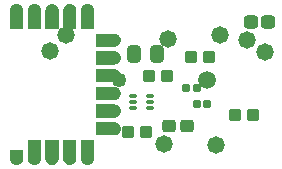
<source format=gts>
G04*
G04 #@! TF.GenerationSoftware,Altium Limited,Altium Designer,25.4.2 (15)*
G04*
G04 Layer_Color=8388736*
%FSLAX44Y44*%
%MOMM*%
G71*
G04*
G04 #@! TF.SameCoordinates,E356E3B8-936D-4008-B143-5D1E530F3DD3*
G04*
G04*
G04 #@! TF.FilePolarity,Negative*
G04*
G01*
G75*
G04:AMPARAMS|DCode=17|XSize=0.67mm|YSize=0.3mm|CornerRadius=0.0495mm|HoleSize=0mm|Usage=FLASHONLY|Rotation=0.000|XOffset=0mm|YOffset=0mm|HoleType=Round|Shape=RoundedRectangle|*
%AMROUNDEDRECTD17*
21,1,0.6700,0.2010,0,0,0.0*
21,1,0.5710,0.3000,0,0,0.0*
1,1,0.0990,0.2855,-0.1005*
1,1,0.0990,-0.2855,-0.1005*
1,1,0.0990,-0.2855,0.1005*
1,1,0.0990,0.2855,0.1005*
%
%ADD17ROUNDEDRECTD17*%
G04:AMPARAMS|DCode=20|XSize=1mm|YSize=1.6mm|CornerRadius=0.25mm|HoleSize=0mm|Usage=FLASHONLY|Rotation=90.000|XOffset=0mm|YOffset=0mm|HoleType=Round|Shape=RoundedRectangle|*
%AMROUNDEDRECTD20*
21,1,1.0000,1.1000,0,0,90.0*
21,1,0.5000,1.6000,0,0,90.0*
1,1,0.5000,0.5500,0.2500*
1,1,0.5000,0.5500,-0.2500*
1,1,0.5000,-0.5500,-0.2500*
1,1,0.5000,-0.5500,0.2500*
%
%ADD20ROUNDEDRECTD20*%
G04:AMPARAMS|DCode=21|XSize=1.6mm|YSize=1mm|CornerRadius=0.25mm|HoleSize=0mm|Usage=FLASHONLY|Rotation=90.000|XOffset=0mm|YOffset=0mm|HoleType=Round|Shape=RoundedRectangle|*
%AMROUNDEDRECTD21*
21,1,1.6000,0.5000,0,0,90.0*
21,1,1.1000,1.0000,0,0,90.0*
1,1,0.5000,0.2500,0.5500*
1,1,0.5000,0.2500,-0.5500*
1,1,0.5000,-0.2500,-0.5500*
1,1,0.5000,-0.2500,0.5500*
%
%ADD21ROUNDEDRECTD21*%
G04:AMPARAMS|DCode=24|XSize=1.128mm|YSize=1.228mm|CornerRadius=0.314mm|HoleSize=0mm|Usage=FLASHONLY|Rotation=90.000|XOffset=0mm|YOffset=0mm|HoleType=Round|Shape=RoundedRectangle|*
%AMROUNDEDRECTD24*
21,1,1.1280,0.6000,0,0,90.0*
21,1,0.5000,1.2280,0,0,90.0*
1,1,0.6280,0.3000,0.2500*
1,1,0.6280,0.3000,-0.2500*
1,1,0.6280,-0.3000,-0.2500*
1,1,0.6280,-0.3000,0.2500*
%
%ADD24ROUNDEDRECTD24*%
G04:AMPARAMS|DCode=25|XSize=1.078mm|YSize=1.178mm|CornerRadius=0.3015mm|HoleSize=0mm|Usage=FLASHONLY|Rotation=90.000|XOffset=0mm|YOffset=0mm|HoleType=Round|Shape=RoundedRectangle|*
%AMROUNDEDRECTD25*
21,1,1.0780,0.5750,0,0,90.0*
21,1,0.4750,1.1780,0,0,90.0*
1,1,0.6030,0.2875,0.2375*
1,1,0.6030,0.2875,-0.2375*
1,1,0.6030,-0.2875,-0.2375*
1,1,0.6030,-0.2875,0.2375*
%
%ADD25ROUNDEDRECTD25*%
G04:AMPARAMS|DCode=26|XSize=1.028mm|YSize=1.078mm|CornerRadius=0.289mm|HoleSize=0mm|Usage=FLASHONLY|Rotation=90.000|XOffset=0mm|YOffset=0mm|HoleType=Round|Shape=RoundedRectangle|*
%AMROUNDEDRECTD26*
21,1,1.0280,0.5000,0,0,90.0*
21,1,0.4500,1.0780,0,0,90.0*
1,1,0.5780,0.2500,0.2250*
1,1,0.5780,0.2500,-0.2250*
1,1,0.5780,-0.2500,-0.2250*
1,1,0.5780,-0.2500,0.2250*
%
%ADD26ROUNDEDRECTD26*%
G04:AMPARAMS|DCode=27|XSize=0.9mm|YSize=1mm|CornerRadius=0.225mm|HoleSize=0mm|Usage=FLASHONLY|Rotation=90.000|XOffset=0mm|YOffset=0mm|HoleType=Round|Shape=RoundedRectangle|*
%AMROUNDEDRECTD27*
21,1,0.9000,0.5500,0,0,90.0*
21,1,0.4500,1.0000,0,0,90.0*
1,1,0.4500,0.2750,0.2250*
1,1,0.4500,0.2750,-0.2250*
1,1,0.4500,-0.2750,-0.2250*
1,1,0.4500,-0.2750,0.2250*
%
%ADD27ROUNDEDRECTD27*%
G04:AMPARAMS|DCode=28|XSize=0.7532mm|YSize=0.7032mm|CornerRadius=0.1641mm|HoleSize=0mm|Usage=FLASHONLY|Rotation=90.000|XOffset=0mm|YOffset=0mm|HoleType=Round|Shape=RoundedRectangle|*
%AMROUNDEDRECTD28*
21,1,0.7532,0.3750,0,0,90.0*
21,1,0.4250,0.7032,0,0,90.0*
1,1,0.3282,0.1875,0.2125*
1,1,0.3282,0.1875,-0.2125*
1,1,0.3282,-0.1875,-0.2125*
1,1,0.3282,-0.1875,0.2125*
%
%ADD28ROUNDEDRECTD28*%
G04:AMPARAMS|DCode=29|XSize=1.528mm|YSize=1.128mm|CornerRadius=0.314mm|HoleSize=0mm|Usage=FLASHONLY|Rotation=90.000|XOffset=0mm|YOffset=0mm|HoleType=Round|Shape=RoundedRectangle|*
%AMROUNDEDRECTD29*
21,1,1.5280,0.5000,0,0,90.0*
21,1,0.9000,1.1280,0,0,90.0*
1,1,0.6280,0.2500,0.4500*
1,1,0.6280,0.2500,-0.4500*
1,1,0.6280,-0.2500,-0.4500*
1,1,0.6280,-0.2500,0.4500*
%
%ADD29ROUNDEDRECTD29*%
%ADD30C,1.2532*%
%ADD31C,1.5032*%
%ADD32C,1.4732*%
G36*
X37364Y18634D02*
X37462Y18611D01*
X37555Y18572D01*
X37641Y18519D01*
X37718Y18454D01*
X37783Y18377D01*
X37836Y18291D01*
X37874Y18198D01*
X37898Y18100D01*
X37906Y18000D01*
Y12000D01*
X37905Y11991D01*
X37905Y11983D01*
X37899Y11722D01*
X37897Y11705D01*
Y11688D01*
X37876Y11427D01*
X37874Y11410D01*
X37873Y11394D01*
X37839Y11134D01*
X37835Y11118D01*
X37833Y11101D01*
X37786Y10843D01*
X37781Y10827D01*
X37779Y10811D01*
X37718Y10556D01*
X37712Y10540D01*
X37709Y10524D01*
X37634Y10273D01*
X37629Y10257D01*
X37624Y10241D01*
X37537Y9994D01*
X37530Y9979D01*
X37525Y9962D01*
X37425Y9721D01*
X37417Y9706D01*
X37411Y9690D01*
X37298Y9454D01*
X37290Y9439D01*
X37283Y9424D01*
X37158Y9194D01*
X37149Y9180D01*
X37141Y9165D01*
X37004Y8941D01*
X36995Y8928D01*
X36986Y8913D01*
X36838Y8698D01*
X36827Y8684D01*
X36818Y8670D01*
X36659Y8463D01*
X36648Y8450D01*
X36638Y8436D01*
X36468Y8237D01*
X36456Y8225D01*
X36445Y8212D01*
X36265Y8023D01*
X36252Y8011D01*
X36241Y7999D01*
X36051Y7819D01*
X36038Y7808D01*
X36026Y7796D01*
X35827Y7626D01*
X35814Y7616D01*
X35801Y7605D01*
X35594Y7446D01*
X35579Y7436D01*
X35566Y7426D01*
X35351Y7278D01*
X35336Y7269D01*
X35322Y7259D01*
X35099Y7122D01*
X35084Y7115D01*
X35070Y7106D01*
X34840Y6981D01*
X34825Y6974D01*
X34810Y6966D01*
X34574Y6853D01*
X34558Y6847D01*
X34543Y6839D01*
X34301Y6739D01*
X34285Y6734D01*
X34270Y6727D01*
X34023Y6640D01*
X34007Y6635D01*
X33991Y6629D01*
X33740Y6555D01*
X33724Y6551D01*
X33708Y6546D01*
X33453Y6485D01*
X33437Y6482D01*
X33420Y6478D01*
X33163Y6430D01*
X33146Y6429D01*
X33130Y6425D01*
X32870Y6391D01*
X32853Y6390D01*
X32837Y6387D01*
X32576Y6367D01*
X32559D01*
X32542Y6365D01*
X32280Y6358D01*
X32264Y6359D01*
X32247Y6358D01*
X31985Y6365D01*
X31969Y6367D01*
X31952D01*
X31691Y6387D01*
X31674Y6390D01*
X31657Y6391D01*
X31398Y6425D01*
X31381Y6429D01*
X31365Y6430D01*
X31107Y6478D01*
X31091Y6482D01*
X31074Y6485D01*
X30820Y6546D01*
X30804Y6551D01*
X30787Y6555D01*
X30536Y6629D01*
X30521Y6635D01*
X30504Y6640D01*
X30258Y6727D01*
X30242Y6734D01*
X30226Y6739D01*
X29984Y6839D01*
X29969Y6847D01*
X29954Y6853D01*
X29717Y6966D01*
X29703Y6974D01*
X29687Y6981D01*
X29457Y7106D01*
X29443Y7115D01*
X29428Y7122D01*
X29205Y7259D01*
X29192Y7269D01*
X29177Y7278D01*
X28961Y7426D01*
X28948Y7436D01*
X28934Y7446D01*
X28726Y7605D01*
X28714Y7616D01*
X28700Y7626D01*
X28501Y7796D01*
X28489Y7808D01*
X28476Y7819D01*
X28286Y7999D01*
X28275Y8011D01*
X28263Y8023D01*
X28082Y8212D01*
X28072Y8225D01*
X28060Y8237D01*
X27890Y8436D01*
X27880Y8450D01*
X27869Y8463D01*
X27709Y8670D01*
X27700Y8684D01*
X27689Y8698D01*
X27541Y8913D01*
X27533Y8928D01*
X27523Y8941D01*
X27386Y9165D01*
X27379Y9179D01*
X27369Y9194D01*
X27245Y9424D01*
X27238Y9439D01*
X27229Y9454D01*
X27116Y9690D01*
X27111Y9706D01*
X27103Y9721D01*
X27003Y9962D01*
X26997Y9979D01*
X26991Y9994D01*
X26903Y10241D01*
X26899Y10257D01*
X26893Y10273D01*
X26818Y10524D01*
X26815Y10540D01*
X26810Y10556D01*
X26749Y10811D01*
X26746Y10827D01*
X26742Y10843D01*
X26694Y11101D01*
X26692Y11118D01*
X26689Y11134D01*
X26655Y11394D01*
X26654Y11410D01*
X26651Y11427D01*
X26631Y11688D01*
Y11705D01*
X26629Y11722D01*
X26622Y11983D01*
X26622Y11991D01*
X26622Y12000D01*
Y18000D01*
X26630Y18100D01*
X26653Y18198D01*
X26692Y18291D01*
X26744Y18377D01*
X26810Y18454D01*
X26886Y18519D01*
X26972Y18572D01*
X27065Y18611D01*
X27163Y18634D01*
X27264Y18642D01*
X37264D01*
X37364Y18634D01*
D02*
G37*
G36*
X52364Y27634D02*
X52462Y27611D01*
X52555Y27572D01*
X52641Y27519D01*
X52718Y27454D01*
X52783Y27377D01*
X52836Y27292D01*
X52874Y27198D01*
X52898Y27100D01*
X52906Y27000D01*
Y12000D01*
X52905Y11991D01*
X52906Y11983D01*
X52899Y11722D01*
X52897Y11705D01*
Y11688D01*
X52876Y11427D01*
X52874Y11410D01*
X52873Y11394D01*
X52839Y11134D01*
X52835Y11118D01*
X52833Y11101D01*
X52786Y10843D01*
X52781Y10827D01*
X52779Y10811D01*
X52718Y10556D01*
X52712Y10540D01*
X52709Y10524D01*
X52635Y10273D01*
X52628Y10257D01*
X52624Y10241D01*
X52537Y9994D01*
X52530Y9979D01*
X52525Y9962D01*
X52425Y9721D01*
X52417Y9706D01*
X52411Y9690D01*
X52298Y9454D01*
X52290Y9439D01*
X52283Y9424D01*
X52158Y9194D01*
X52149Y9180D01*
X52141Y9165D01*
X52004Y8941D01*
X51995Y8928D01*
X51986Y8913D01*
X51838Y8698D01*
X51827Y8684D01*
X51818Y8670D01*
X51659Y8463D01*
X51648Y8450D01*
X51638Y8436D01*
X51468Y8237D01*
X51456Y8225D01*
X51445Y8212D01*
X51265Y8023D01*
X51252Y8011D01*
X51241Y7999D01*
X51051Y7819D01*
X51038Y7808D01*
X51026Y7796D01*
X50827Y7626D01*
X50814Y7616D01*
X50801Y7605D01*
X50594Y7446D01*
X50579Y7436D01*
X50566Y7426D01*
X50351Y7278D01*
X50336Y7269D01*
X50322Y7259D01*
X50099Y7122D01*
X50084Y7115D01*
X50070Y7106D01*
X49840Y6981D01*
X49825Y6974D01*
X49810Y6966D01*
X49574Y6853D01*
X49558Y6847D01*
X49543Y6839D01*
X49301Y6739D01*
X49285Y6734D01*
X49270Y6727D01*
X49023Y6640D01*
X49007Y6635D01*
X48991Y6629D01*
X48740Y6555D01*
X48724Y6551D01*
X48708Y6546D01*
X48453Y6485D01*
X48436Y6482D01*
X48420Y6478D01*
X48163Y6430D01*
X48146Y6429D01*
X48130Y6425D01*
X47870Y6391D01*
X47853Y6390D01*
X47837Y6387D01*
X47576Y6367D01*
X47559D01*
X47542Y6365D01*
X47280Y6358D01*
X47264Y6359D01*
X47247Y6358D01*
X46985Y6365D01*
X46969Y6367D01*
X46952D01*
X46691Y6387D01*
X46674Y6390D01*
X46657Y6391D01*
X46398Y6425D01*
X46381Y6429D01*
X46365Y6430D01*
X46107Y6478D01*
X46091Y6482D01*
X46074Y6485D01*
X45820Y6546D01*
X45804Y6551D01*
X45787Y6555D01*
X45536Y6629D01*
X45521Y6635D01*
X45504Y6640D01*
X45258Y6727D01*
X45242Y6734D01*
X45226Y6739D01*
X44984Y6839D01*
X44970Y6847D01*
X44954Y6853D01*
X44717Y6966D01*
X44703Y6974D01*
X44687Y6981D01*
X44457Y7106D01*
X44443Y7115D01*
X44428Y7122D01*
X44205Y7259D01*
X44191Y7269D01*
X44177Y7278D01*
X43961Y7426D01*
X43948Y7436D01*
X43934Y7446D01*
X43726Y7605D01*
X43714Y7616D01*
X43700Y7626D01*
X43501Y7796D01*
X43489Y7808D01*
X43476Y7819D01*
X43286Y7999D01*
X43275Y8011D01*
X43263Y8023D01*
X43082Y8212D01*
X43072Y8225D01*
X43060Y8237D01*
X42890Y8436D01*
X42880Y8450D01*
X42869Y8463D01*
X42709Y8670D01*
X42700Y8684D01*
X42689Y8698D01*
X42541Y8913D01*
X42533Y8928D01*
X42523Y8941D01*
X42386Y9165D01*
X42379Y9179D01*
X42369Y9194D01*
X42245Y9424D01*
X42238Y9439D01*
X42229Y9454D01*
X42116Y9690D01*
X42111Y9706D01*
X42103Y9721D01*
X42003Y9962D01*
X41997Y9979D01*
X41991Y9994D01*
X41903Y10241D01*
X41899Y10257D01*
X41893Y10273D01*
X41819Y10524D01*
X41815Y10540D01*
X41810Y10556D01*
X41749Y10811D01*
X41746Y10827D01*
X41742Y10843D01*
X41694Y11101D01*
X41692Y11118D01*
X41689Y11134D01*
X41655Y11394D01*
X41654Y11410D01*
X41651Y11427D01*
X41631Y11688D01*
Y11705D01*
X41629Y11722D01*
X41622Y11983D01*
X41622Y11991D01*
X41622Y12000D01*
Y27000D01*
X41630Y27100D01*
X41653Y27198D01*
X41692Y27292D01*
X41744Y27377D01*
X41810Y27454D01*
X41886Y27519D01*
X41972Y27572D01*
X42065Y27611D01*
X42163Y27634D01*
X42264Y27642D01*
X52264D01*
X52364Y27634D01*
D02*
G37*
G36*
X67364D02*
X67462Y27611D01*
X67555Y27572D01*
X67641Y27519D01*
X67718Y27454D01*
X67783Y27377D01*
X67836Y27292D01*
X67874Y27198D01*
X67898Y27100D01*
X67906Y27000D01*
Y12000D01*
X67905Y11991D01*
X67906Y11983D01*
X67899Y11722D01*
X67897Y11705D01*
Y11688D01*
X67876Y11427D01*
X67874Y11410D01*
X67873Y11394D01*
X67839Y11134D01*
X67835Y11118D01*
X67833Y11101D01*
X67786Y10843D01*
X67781Y10827D01*
X67779Y10811D01*
X67718Y10556D01*
X67712Y10540D01*
X67709Y10524D01*
X67635Y10273D01*
X67628Y10257D01*
X67624Y10241D01*
X67537Y9994D01*
X67530Y9979D01*
X67525Y9962D01*
X67425Y9721D01*
X67417Y9706D01*
X67411Y9690D01*
X67298Y9454D01*
X67290Y9439D01*
X67283Y9424D01*
X67158Y9194D01*
X67149Y9179D01*
X67141Y9165D01*
X67004Y8941D01*
X66995Y8928D01*
X66986Y8913D01*
X66838Y8698D01*
X66827Y8684D01*
X66818Y8670D01*
X66659Y8463D01*
X66648Y8450D01*
X66638Y8436D01*
X66468Y8237D01*
X66456Y8225D01*
X66445Y8212D01*
X66265Y8023D01*
X66252Y8011D01*
X66241Y7999D01*
X66051Y7819D01*
X66038Y7808D01*
X66026Y7796D01*
X65827Y7626D01*
X65814Y7616D01*
X65801Y7605D01*
X65593Y7446D01*
X65579Y7437D01*
X65566Y7426D01*
X65351Y7278D01*
X65336Y7269D01*
X65322Y7259D01*
X65099Y7122D01*
X65084Y7115D01*
X65070Y7106D01*
X64840Y6981D01*
X64825Y6974D01*
X64810Y6966D01*
X64574Y6853D01*
X64558Y6847D01*
X64543Y6839D01*
X64301Y6739D01*
X64285Y6734D01*
X64270Y6727D01*
X64023Y6640D01*
X64007Y6635D01*
X63991Y6629D01*
X63740Y6555D01*
X63724Y6551D01*
X63708Y6546D01*
X63453Y6485D01*
X63436Y6482D01*
X63420Y6478D01*
X63163Y6430D01*
X63146Y6429D01*
X63130Y6425D01*
X62870Y6391D01*
X62853Y6390D01*
X62837Y6387D01*
X62576Y6367D01*
X62559D01*
X62542Y6365D01*
X62281Y6358D01*
X62264Y6359D01*
X62247Y6358D01*
X61985Y6365D01*
X61969Y6367D01*
X61952D01*
X61691Y6387D01*
X61674Y6390D01*
X61657Y6391D01*
X61398Y6425D01*
X61381Y6429D01*
X61364Y6430D01*
X61107Y6478D01*
X61091Y6482D01*
X61074Y6485D01*
X60820Y6546D01*
X60804Y6551D01*
X60787Y6555D01*
X60536Y6629D01*
X60521Y6635D01*
X60504Y6640D01*
X60258Y6727D01*
X60242Y6734D01*
X60226Y6739D01*
X59984Y6839D01*
X59970Y6847D01*
X59954Y6853D01*
X59717Y6966D01*
X59703Y6974D01*
X59687Y6981D01*
X59457Y7106D01*
X59443Y7115D01*
X59428Y7122D01*
X59205Y7259D01*
X59191Y7269D01*
X59177Y7278D01*
X58961Y7426D01*
X58948Y7436D01*
X58934Y7446D01*
X58726Y7605D01*
X58714Y7616D01*
X58700Y7626D01*
X58501Y7796D01*
X58489Y7808D01*
X58476Y7819D01*
X58286Y7999D01*
X58275Y8011D01*
X58263Y8023D01*
X58082Y8212D01*
X58072Y8225D01*
X58060Y8237D01*
X57890Y8436D01*
X57880Y8450D01*
X57869Y8463D01*
X57709Y8670D01*
X57700Y8684D01*
X57689Y8698D01*
X57541Y8913D01*
X57533Y8928D01*
X57523Y8941D01*
X57386Y9165D01*
X57379Y9179D01*
X57369Y9194D01*
X57245Y9424D01*
X57238Y9439D01*
X57229Y9454D01*
X57116Y9690D01*
X57111Y9706D01*
X57103Y9721D01*
X57003Y9962D01*
X56997Y9979D01*
X56991Y9994D01*
X56903Y10241D01*
X56899Y10257D01*
X56893Y10273D01*
X56819Y10524D01*
X56815Y10540D01*
X56810Y10556D01*
X56749Y10811D01*
X56746Y10827D01*
X56742Y10843D01*
X56694Y11101D01*
X56692Y11118D01*
X56689Y11134D01*
X56655Y11394D01*
X56654Y11410D01*
X56651Y11427D01*
X56631Y11688D01*
Y11705D01*
X56629Y11722D01*
X56622Y11983D01*
X56622Y11991D01*
X56622Y12000D01*
Y27000D01*
X56630Y27100D01*
X56653Y27198D01*
X56692Y27292D01*
X56744Y27377D01*
X56810Y27454D01*
X56886Y27519D01*
X56972Y27572D01*
X57065Y27611D01*
X57163Y27634D01*
X57264Y27642D01*
X67264D01*
X67364Y27634D01*
D02*
G37*
G36*
X82364D02*
X82462Y27611D01*
X82555Y27572D01*
X82641Y27519D01*
X82718Y27454D01*
X82783Y27377D01*
X82836Y27292D01*
X82874Y27198D01*
X82898Y27100D01*
X82906Y27000D01*
Y12000D01*
X82905Y11991D01*
X82906Y11983D01*
X82899Y11722D01*
X82897Y11705D01*
Y11688D01*
X82876Y11427D01*
X82874Y11410D01*
X82873Y11394D01*
X82839Y11134D01*
X82835Y11117D01*
X82833Y11101D01*
X82786Y10843D01*
X82781Y10827D01*
X82779Y10811D01*
X82718Y10556D01*
X82712Y10540D01*
X82709Y10524D01*
X82635Y10273D01*
X82629Y10257D01*
X82624Y10241D01*
X82537Y9994D01*
X82530Y9979D01*
X82525Y9962D01*
X82425Y9721D01*
X82417Y9706D01*
X82411Y9690D01*
X82298Y9454D01*
X82290Y9439D01*
X82283Y9424D01*
X82158Y9194D01*
X82149Y9179D01*
X82141Y9165D01*
X82004Y8941D01*
X81995Y8928D01*
X81986Y8913D01*
X81838Y8698D01*
X81827Y8684D01*
X81818Y8670D01*
X81659Y8463D01*
X81648Y8450D01*
X81638Y8436D01*
X81468Y8237D01*
X81456Y8225D01*
X81445Y8212D01*
X81265Y8023D01*
X81252Y8011D01*
X81241Y7999D01*
X81051Y7819D01*
X81038Y7808D01*
X81026Y7796D01*
X80827Y7626D01*
X80814Y7616D01*
X80801Y7605D01*
X80594Y7446D01*
X80579Y7436D01*
X80566Y7426D01*
X80351Y7278D01*
X80336Y7269D01*
X80322Y7259D01*
X80099Y7122D01*
X80084Y7115D01*
X80070Y7106D01*
X79840Y6981D01*
X79825Y6974D01*
X79810Y6966D01*
X79574Y6853D01*
X79558Y6847D01*
X79543Y6839D01*
X79301Y6739D01*
X79285Y6734D01*
X79270Y6727D01*
X79023Y6640D01*
X79007Y6635D01*
X78991Y6629D01*
X78740Y6555D01*
X78724Y6551D01*
X78708Y6546D01*
X78453Y6485D01*
X78436Y6482D01*
X78420Y6478D01*
X78163Y6430D01*
X78146Y6429D01*
X78130Y6425D01*
X77870Y6391D01*
X77853Y6390D01*
X77837Y6387D01*
X77576Y6367D01*
X77559D01*
X77542Y6365D01*
X77281Y6358D01*
X77264Y6359D01*
X77247Y6358D01*
X76985Y6365D01*
X76969Y6367D01*
X76952D01*
X76691Y6387D01*
X76674Y6390D01*
X76657Y6391D01*
X76398Y6425D01*
X76381Y6429D01*
X76365Y6430D01*
X76107Y6478D01*
X76091Y6482D01*
X76074Y6485D01*
X75820Y6546D01*
X75804Y6551D01*
X75787Y6555D01*
X75536Y6629D01*
X75521Y6635D01*
X75504Y6640D01*
X75258Y6727D01*
X75242Y6734D01*
X75226Y6739D01*
X74984Y6839D01*
X74969Y6847D01*
X74954Y6853D01*
X74717Y6966D01*
X74703Y6974D01*
X74687Y6981D01*
X74457Y7106D01*
X74443Y7115D01*
X74428Y7122D01*
X74205Y7259D01*
X74191Y7269D01*
X74177Y7278D01*
X73961Y7426D01*
X73948Y7436D01*
X73934Y7446D01*
X73726Y7605D01*
X73714Y7616D01*
X73700Y7626D01*
X73501Y7796D01*
X73489Y7808D01*
X73476Y7819D01*
X73286Y7999D01*
X73275Y8011D01*
X73263Y8023D01*
X73082Y8212D01*
X73072Y8225D01*
X73060Y8237D01*
X72890Y8436D01*
X72880Y8450D01*
X72869Y8463D01*
X72709Y8670D01*
X72700Y8684D01*
X72689Y8698D01*
X72541Y8913D01*
X72533Y8928D01*
X72523Y8941D01*
X72386Y9165D01*
X72379Y9179D01*
X72369Y9194D01*
X72245Y9424D01*
X72238Y9439D01*
X72229Y9454D01*
X72116Y9690D01*
X72111Y9706D01*
X72103Y9721D01*
X72003Y9962D01*
X71997Y9979D01*
X71991Y9994D01*
X71903Y10241D01*
X71899Y10257D01*
X71893Y10273D01*
X71819Y10524D01*
X71815Y10540D01*
X71810Y10556D01*
X71749Y10811D01*
X71746Y10827D01*
X71742Y10843D01*
X71694Y11101D01*
X71692Y11118D01*
X71689Y11134D01*
X71655Y11394D01*
X71654Y11410D01*
X71651Y11427D01*
X71631Y11688D01*
Y11705D01*
X71629Y11722D01*
X71622Y11983D01*
X71622Y11991D01*
X71622Y12000D01*
Y27000D01*
X71630Y27100D01*
X71653Y27198D01*
X71692Y27292D01*
X71744Y27377D01*
X71810Y27454D01*
X71886Y27519D01*
X71972Y27572D01*
X72065Y27611D01*
X72163Y27634D01*
X72264Y27642D01*
X82264D01*
X82364Y27634D01*
D02*
G37*
G36*
X97364D02*
X97462Y27611D01*
X97555Y27572D01*
X97641Y27519D01*
X97718Y27454D01*
X97783Y27377D01*
X97836Y27292D01*
X97874Y27198D01*
X97898Y27100D01*
X97906Y27000D01*
Y12000D01*
X97905Y11992D01*
X97906Y11983D01*
X97899Y11722D01*
X97897Y11705D01*
Y11688D01*
X97876Y11427D01*
X97874Y11410D01*
X97873Y11394D01*
X97839Y11134D01*
X97835Y11118D01*
X97833Y11101D01*
X97786Y10843D01*
X97781Y10827D01*
X97779Y10811D01*
X97718Y10556D01*
X97712Y10540D01*
X97709Y10524D01*
X97635Y10273D01*
X97628Y10257D01*
X97624Y10241D01*
X97537Y9994D01*
X97530Y9979D01*
X97525Y9962D01*
X97425Y9721D01*
X97417Y9706D01*
X97411Y9690D01*
X97298Y9454D01*
X97290Y9439D01*
X97283Y9424D01*
X97158Y9194D01*
X97149Y9179D01*
X97141Y9165D01*
X97004Y8941D01*
X96995Y8928D01*
X96986Y8913D01*
X96838Y8697D01*
X96827Y8684D01*
X96818Y8670D01*
X96659Y8463D01*
X96648Y8450D01*
X96638Y8436D01*
X96468Y8237D01*
X96456Y8225D01*
X96445Y8212D01*
X96265Y8023D01*
X96252Y8011D01*
X96241Y7999D01*
X96051Y7819D01*
X96038Y7808D01*
X96026Y7796D01*
X95827Y7626D01*
X95814Y7616D01*
X95801Y7605D01*
X95594Y7446D01*
X95579Y7436D01*
X95566Y7426D01*
X95351Y7278D01*
X95336Y7269D01*
X95322Y7259D01*
X95099Y7122D01*
X95084Y7115D01*
X95070Y7106D01*
X94840Y6981D01*
X94825Y6974D01*
X94810Y6966D01*
X94574Y6853D01*
X94558Y6847D01*
X94543Y6839D01*
X94301Y6739D01*
X94285Y6734D01*
X94270Y6727D01*
X94023Y6640D01*
X94007Y6635D01*
X93991Y6629D01*
X93740Y6555D01*
X93724Y6551D01*
X93708Y6546D01*
X93453Y6485D01*
X93436Y6482D01*
X93420Y6478D01*
X93163Y6430D01*
X93146Y6429D01*
X93130Y6425D01*
X92870Y6391D01*
X92853Y6390D01*
X92837Y6387D01*
X92576Y6367D01*
X92559D01*
X92542Y6365D01*
X92281Y6358D01*
X92264Y6359D01*
X92247Y6358D01*
X91985Y6365D01*
X91969Y6367D01*
X91952D01*
X91691Y6387D01*
X91674Y6390D01*
X91657Y6391D01*
X91398Y6425D01*
X91381Y6429D01*
X91365Y6430D01*
X91107Y6478D01*
X91091Y6482D01*
X91074Y6485D01*
X90820Y6546D01*
X90804Y6551D01*
X90787Y6555D01*
X90536Y6629D01*
X90521Y6635D01*
X90504Y6640D01*
X90258Y6727D01*
X90242Y6734D01*
X90226Y6739D01*
X89984Y6839D01*
X89969Y6847D01*
X89954Y6853D01*
X89717Y6966D01*
X89703Y6974D01*
X89687Y6981D01*
X89457Y7106D01*
X89443Y7115D01*
X89428Y7122D01*
X89205Y7259D01*
X89192Y7269D01*
X89177Y7278D01*
X88961Y7426D01*
X88948Y7436D01*
X88934Y7446D01*
X88726Y7605D01*
X88714Y7616D01*
X88700Y7626D01*
X88501Y7796D01*
X88489Y7808D01*
X88476Y7819D01*
X88286Y7999D01*
X88275Y8011D01*
X88263Y8023D01*
X88082Y8212D01*
X88072Y8225D01*
X88060Y8237D01*
X87890Y8436D01*
X87880Y8450D01*
X87869Y8463D01*
X87709Y8670D01*
X87700Y8684D01*
X87690Y8697D01*
X87541Y8913D01*
X87533Y8928D01*
X87523Y8941D01*
X87386Y9165D01*
X87379Y9179D01*
X87369Y9194D01*
X87245Y9424D01*
X87238Y9439D01*
X87229Y9454D01*
X87116Y9690D01*
X87111Y9706D01*
X87103Y9721D01*
X87003Y9962D01*
X86997Y9979D01*
X86991Y9994D01*
X86903Y10241D01*
X86899Y10257D01*
X86893Y10273D01*
X86819Y10524D01*
X86815Y10540D01*
X86810Y10556D01*
X86749Y10811D01*
X86746Y10827D01*
X86742Y10843D01*
X86694Y11101D01*
X86692Y11118D01*
X86689Y11134D01*
X86655Y11394D01*
X86654Y11410D01*
X86651Y11427D01*
X86631Y11688D01*
Y11705D01*
X86629Y11722D01*
X86622Y11983D01*
X86622Y11992D01*
X86622Y12000D01*
Y27000D01*
X86630Y27100D01*
X86653Y27198D01*
X86692Y27292D01*
X86744Y27377D01*
X86810Y27454D01*
X86886Y27519D01*
X86972Y27572D01*
X87065Y27611D01*
X87163Y27634D01*
X87264Y27642D01*
X97264D01*
X97364Y27634D01*
D02*
G37*
G36*
X114772Y42641D02*
X114781Y42642D01*
X115042Y42635D01*
X115059Y42633D01*
X115076D01*
X115337Y42613D01*
X115353Y42610D01*
X115370Y42609D01*
X115630Y42575D01*
X115646Y42571D01*
X115663Y42570D01*
X115920Y42522D01*
X115936Y42518D01*
X115953Y42515D01*
X116208Y42454D01*
X116224Y42449D01*
X116240Y42445D01*
X116491Y42371D01*
X116507Y42365D01*
X116523Y42360D01*
X116770Y42273D01*
X116785Y42266D01*
X116801Y42261D01*
X117043Y42161D01*
X117058Y42153D01*
X117074Y42147D01*
X117310Y42035D01*
X117325Y42026D01*
X117340Y42019D01*
X117570Y41894D01*
X117584Y41885D01*
X117599Y41877D01*
X117822Y41741D01*
X117836Y41731D01*
X117851Y41722D01*
X118066Y41574D01*
X118079Y41564D01*
X118093Y41554D01*
X118301Y41395D01*
X118314Y41384D01*
X118327Y41374D01*
X118526Y41204D01*
X118538Y41192D01*
X118551Y41181D01*
X118741Y41001D01*
X118752Y40989D01*
X118765Y40978D01*
X118945Y40788D01*
X118956Y40774D01*
X118968Y40763D01*
X119138Y40564D01*
X119148Y40550D01*
X119159Y40537D01*
X119318Y40330D01*
X119327Y40316D01*
X119338Y40303D01*
X119486Y40087D01*
X119495Y40072D01*
X119504Y40059D01*
X119641Y39836D01*
X119649Y39820D01*
X119658Y39806D01*
X119783Y39576D01*
X119790Y39561D01*
X119798Y39546D01*
X119911Y39310D01*
X119917Y39294D01*
X119925Y39279D01*
X120025Y39037D01*
X120030Y39022D01*
X120037Y39006D01*
X120124Y38759D01*
X120129Y38743D01*
X120135Y38727D01*
X120209Y38477D01*
X120212Y38460D01*
X120218Y38444D01*
X120279Y38189D01*
X120281Y38173D01*
X120286Y38157D01*
X120333Y37899D01*
X120335Y37882D01*
X120339Y37866D01*
X120373Y37606D01*
X120374Y37589D01*
X120376Y37573D01*
X120397Y37312D01*
Y37295D01*
X120399Y37278D01*
X120406Y37017D01*
X120405Y37000D01*
X120406Y36983D01*
X120399Y36721D01*
X120397Y36705D01*
Y36688D01*
X120376Y36427D01*
X120374Y36411D01*
X120373Y36394D01*
X120339Y36134D01*
X120335Y36117D01*
X120333Y36101D01*
X120286Y35843D01*
X120281Y35827D01*
X120279Y35811D01*
X120218Y35556D01*
X120212Y35540D01*
X120209Y35524D01*
X120135Y35273D01*
X120129Y35257D01*
X120124Y35241D01*
X120037Y34994D01*
X120030Y34978D01*
X120025Y34962D01*
X119925Y34721D01*
X119917Y34706D01*
X119911Y34690D01*
X119798Y34454D01*
X119790Y34439D01*
X119783Y34424D01*
X119658Y34194D01*
X119649Y34179D01*
X119641Y34165D01*
X119504Y33941D01*
X119495Y33928D01*
X119486Y33913D01*
X119338Y33698D01*
X119327Y33684D01*
X119318Y33670D01*
X119159Y33463D01*
X119148Y33450D01*
X119138Y33437D01*
X118968Y33237D01*
X118956Y33226D01*
X118945Y33212D01*
X118765Y33022D01*
X118752Y33011D01*
X118741Y32999D01*
X118551Y32819D01*
X118538Y32808D01*
X118526Y32796D01*
X118327Y32626D01*
X118314Y32616D01*
X118301Y32605D01*
X118093Y32446D01*
X118079Y32436D01*
X118066Y32426D01*
X117851Y32278D01*
X117836Y32269D01*
X117822Y32259D01*
X117599Y32122D01*
X117584Y32115D01*
X117570Y32106D01*
X117340Y31981D01*
X117325Y31974D01*
X117310Y31965D01*
X117074Y31853D01*
X117058Y31847D01*
X117043Y31839D01*
X116801Y31739D01*
X116785Y31734D01*
X116770Y31727D01*
X116523Y31640D01*
X116507Y31635D01*
X116491Y31629D01*
X116240Y31555D01*
X116224Y31551D01*
X116208Y31546D01*
X115953Y31485D01*
X115936Y31482D01*
X115920Y31478D01*
X115663Y31430D01*
X115646Y31429D01*
X115630Y31425D01*
X115370Y31391D01*
X115353Y31390D01*
X115337Y31387D01*
X115076Y31367D01*
X115059D01*
X115042Y31365D01*
X114781Y31358D01*
X114772Y31359D01*
X114764Y31358D01*
X99764D01*
X99663Y31366D01*
X99565Y31389D01*
X99472Y31428D01*
X99386Y31481D01*
X99310Y31546D01*
X99244Y31623D01*
X99192Y31709D01*
X99153Y31802D01*
X99130Y31900D01*
X99122Y32000D01*
Y42000D01*
X99130Y42100D01*
X99153Y42198D01*
X99192Y42291D01*
X99244Y42377D01*
X99310Y42454D01*
X99386Y42519D01*
X99472Y42572D01*
X99565Y42611D01*
X99663Y42634D01*
X99764Y42642D01*
X114764D01*
X114772Y42641D01*
D02*
G37*
G36*
X114772Y57641D02*
X114781Y57642D01*
X115042Y57635D01*
X115059Y57633D01*
X115076D01*
X115337Y57613D01*
X115353Y57610D01*
X115370Y57609D01*
X115630Y57575D01*
X115646Y57571D01*
X115663Y57570D01*
X115920Y57522D01*
X115936Y57518D01*
X115953Y57515D01*
X116208Y57454D01*
X116224Y57449D01*
X116240Y57445D01*
X116491Y57371D01*
X116507Y57365D01*
X116523Y57360D01*
X116770Y57273D01*
X116785Y57266D01*
X116801Y57261D01*
X117043Y57161D01*
X117058Y57153D01*
X117074Y57147D01*
X117310Y57035D01*
X117325Y57026D01*
X117340Y57019D01*
X117570Y56894D01*
X117584Y56885D01*
X117599Y56877D01*
X117822Y56741D01*
X117836Y56731D01*
X117851Y56722D01*
X118066Y56574D01*
X118079Y56564D01*
X118093Y56554D01*
X118301Y56395D01*
X118314Y56384D01*
X118327Y56374D01*
X118526Y56204D01*
X118538Y56192D01*
X118551Y56181D01*
X118741Y56001D01*
X118752Y55989D01*
X118765Y55978D01*
X118945Y55788D01*
X118956Y55774D01*
X118968Y55763D01*
X119138Y55564D01*
X119148Y55550D01*
X119159Y55537D01*
X119318Y55330D01*
X119327Y55316D01*
X119338Y55303D01*
X119486Y55087D01*
X119494Y55072D01*
X119504Y55059D01*
X119641Y54835D01*
X119649Y54820D01*
X119658Y54806D01*
X119783Y54576D01*
X119790Y54561D01*
X119798Y54546D01*
X119911Y54310D01*
X119917Y54294D01*
X119925Y54279D01*
X120025Y54037D01*
X120030Y54022D01*
X120037Y54006D01*
X120124Y53759D01*
X120129Y53743D01*
X120135Y53727D01*
X120209Y53476D01*
X120212Y53460D01*
X120218Y53444D01*
X120279Y53189D01*
X120281Y53173D01*
X120286Y53157D01*
X120333Y52899D01*
X120335Y52882D01*
X120339Y52866D01*
X120373Y52606D01*
X120374Y52590D01*
X120376Y52573D01*
X120397Y52312D01*
Y52295D01*
X120399Y52278D01*
X120406Y52017D01*
X120405Y52000D01*
X120406Y51983D01*
X120399Y51722D01*
X120397Y51705D01*
Y51688D01*
X120376Y51427D01*
X120374Y51410D01*
X120373Y51394D01*
X120339Y51134D01*
X120335Y51117D01*
X120333Y51101D01*
X120286Y50843D01*
X120281Y50827D01*
X120279Y50811D01*
X120218Y50556D01*
X120212Y50540D01*
X120209Y50524D01*
X120135Y50273D01*
X120129Y50257D01*
X120124Y50241D01*
X120037Y49994D01*
X120030Y49978D01*
X120025Y49963D01*
X119925Y49721D01*
X119917Y49706D01*
X119911Y49690D01*
X119798Y49454D01*
X119790Y49439D01*
X119783Y49424D01*
X119658Y49194D01*
X119649Y49180D01*
X119641Y49165D01*
X119504Y48941D01*
X119495Y48928D01*
X119486Y48913D01*
X119338Y48698D01*
X119327Y48685D01*
X119318Y48670D01*
X119159Y48463D01*
X119147Y48450D01*
X119138Y48436D01*
X118968Y48237D01*
X118956Y48225D01*
X118945Y48212D01*
X118765Y48023D01*
X118752Y48011D01*
X118741Y47999D01*
X118551Y47819D01*
X118538Y47808D01*
X118526Y47796D01*
X118327Y47626D01*
X118314Y47616D01*
X118301Y47605D01*
X118093Y47446D01*
X118079Y47436D01*
X118066Y47426D01*
X117851Y47278D01*
X117836Y47269D01*
X117822Y47259D01*
X117599Y47123D01*
X117584Y47115D01*
X117570Y47106D01*
X117340Y46981D01*
X117325Y46974D01*
X117310Y46965D01*
X117074Y46853D01*
X117058Y46847D01*
X117043Y46839D01*
X116801Y46739D01*
X116785Y46734D01*
X116770Y46727D01*
X116523Y46640D01*
X116507Y46635D01*
X116491Y46629D01*
X116240Y46555D01*
X116224Y46551D01*
X116208Y46546D01*
X115953Y46485D01*
X115936Y46482D01*
X115920Y46478D01*
X115663Y46430D01*
X115646Y46429D01*
X115630Y46425D01*
X115370Y46391D01*
X115353Y46390D01*
X115337Y46387D01*
X115076Y46367D01*
X115059D01*
X115042Y46365D01*
X114781Y46358D01*
X114772Y46359D01*
X114764Y46358D01*
X99764D01*
X99663Y46366D01*
X99565Y46389D01*
X99472Y46428D01*
X99386Y46481D01*
X99310Y46546D01*
X99244Y46623D01*
X99192Y46708D01*
X99153Y46802D01*
X99130Y46900D01*
X99122Y47000D01*
Y57000D01*
X99130Y57100D01*
X99153Y57198D01*
X99192Y57291D01*
X99244Y57377D01*
X99310Y57454D01*
X99386Y57519D01*
X99472Y57572D01*
X99565Y57611D01*
X99663Y57634D01*
X99764Y57642D01*
X114764D01*
X114772Y57641D01*
D02*
G37*
G36*
Y72641D02*
X114781Y72642D01*
X115042Y72635D01*
X115059Y72633D01*
X115076D01*
X115337Y72613D01*
X115353Y72610D01*
X115370Y72609D01*
X115630Y72575D01*
X115646Y72571D01*
X115663Y72570D01*
X115920Y72522D01*
X115936Y72518D01*
X115953Y72515D01*
X116208Y72454D01*
X116224Y72449D01*
X116240Y72445D01*
X116491Y72371D01*
X116507Y72365D01*
X116523Y72360D01*
X116770Y72273D01*
X116785Y72266D01*
X116801Y72261D01*
X117043Y72161D01*
X117058Y72153D01*
X117074Y72147D01*
X117310Y72035D01*
X117325Y72026D01*
X117340Y72019D01*
X117570Y71894D01*
X117584Y71885D01*
X117599Y71877D01*
X117822Y71741D01*
X117836Y71731D01*
X117851Y71722D01*
X118066Y71574D01*
X118079Y71564D01*
X118093Y71554D01*
X118301Y71395D01*
X118314Y71384D01*
X118327Y71374D01*
X118526Y71204D01*
X118538Y71192D01*
X118551Y71181D01*
X118741Y71001D01*
X118752Y70989D01*
X118765Y70978D01*
X118945Y70788D01*
X118956Y70774D01*
X118968Y70763D01*
X119138Y70564D01*
X119148Y70550D01*
X119159Y70537D01*
X119318Y70330D01*
X119327Y70316D01*
X119338Y70303D01*
X119486Y70087D01*
X119495Y70072D01*
X119504Y70059D01*
X119641Y69836D01*
X119649Y69820D01*
X119658Y69806D01*
X119783Y69576D01*
X119790Y69561D01*
X119798Y69546D01*
X119911Y69310D01*
X119917Y69294D01*
X119925Y69279D01*
X120025Y69037D01*
X120030Y69022D01*
X120037Y69006D01*
X120124Y68759D01*
X120128Y68743D01*
X120135Y68727D01*
X120209Y68476D01*
X120212Y68460D01*
X120218Y68444D01*
X120279Y68189D01*
X120281Y68173D01*
X120286Y68157D01*
X120333Y67899D01*
X120335Y67882D01*
X120339Y67866D01*
X120373Y67606D01*
X120374Y67590D01*
X120376Y67573D01*
X120397Y67312D01*
Y67295D01*
X120399Y67278D01*
X120406Y67017D01*
X120405Y67000D01*
X120406Y66983D01*
X120399Y66722D01*
X120397Y66705D01*
Y66688D01*
X120376Y66427D01*
X120374Y66410D01*
X120373Y66394D01*
X120339Y66134D01*
X120335Y66117D01*
X120333Y66101D01*
X120286Y65843D01*
X120281Y65827D01*
X120279Y65811D01*
X120218Y65556D01*
X120212Y65540D01*
X120209Y65524D01*
X120135Y65273D01*
X120128Y65257D01*
X120124Y65241D01*
X120037Y64994D01*
X120030Y64978D01*
X120025Y64963D01*
X119925Y64721D01*
X119917Y64706D01*
X119911Y64690D01*
X119798Y64454D01*
X119790Y64439D01*
X119783Y64424D01*
X119658Y64194D01*
X119649Y64180D01*
X119641Y64165D01*
X119504Y63941D01*
X119495Y63928D01*
X119486Y63913D01*
X119338Y63698D01*
X119327Y63685D01*
X119318Y63670D01*
X119159Y63463D01*
X119148Y63450D01*
X119138Y63436D01*
X118968Y63237D01*
X118956Y63225D01*
X118945Y63212D01*
X118765Y63023D01*
X118752Y63011D01*
X118741Y62999D01*
X118551Y62819D01*
X118538Y62808D01*
X118526Y62796D01*
X118327Y62626D01*
X118314Y62616D01*
X118301Y62605D01*
X118093Y62446D01*
X118079Y62436D01*
X118066Y62426D01*
X117851Y62278D01*
X117836Y62269D01*
X117822Y62259D01*
X117599Y62123D01*
X117584Y62115D01*
X117570Y62106D01*
X117340Y61981D01*
X117325Y61974D01*
X117310Y61965D01*
X117074Y61853D01*
X117058Y61847D01*
X117043Y61839D01*
X116801Y61739D01*
X116785Y61734D01*
X116770Y61727D01*
X116523Y61640D01*
X116507Y61635D01*
X116491Y61629D01*
X116240Y61555D01*
X116224Y61551D01*
X116208Y61546D01*
X115953Y61485D01*
X115936Y61482D01*
X115920Y61478D01*
X115663Y61430D01*
X115646Y61429D01*
X115630Y61425D01*
X115370Y61391D01*
X115353Y61390D01*
X115337Y61387D01*
X115076Y61367D01*
X115059D01*
X115042Y61365D01*
X114781Y61358D01*
X114772Y61359D01*
X114764Y61358D01*
X99764D01*
X99663Y61366D01*
X99565Y61389D01*
X99472Y61428D01*
X99386Y61481D01*
X99310Y61546D01*
X99244Y61623D01*
X99192Y61708D01*
X99153Y61802D01*
X99130Y61900D01*
X99122Y62000D01*
Y72000D01*
X99130Y72100D01*
X99153Y72198D01*
X99192Y72291D01*
X99244Y72377D01*
X99310Y72454D01*
X99386Y72519D01*
X99472Y72572D01*
X99565Y72611D01*
X99663Y72634D01*
X99764Y72642D01*
X114764D01*
X114772Y72641D01*
D02*
G37*
G36*
X32542Y142635D02*
X32559Y142633D01*
X32576D01*
X32837Y142613D01*
X32853Y142610D01*
X32870Y142609D01*
X33130Y142575D01*
X33146Y142571D01*
X33163Y142570D01*
X33420Y142522D01*
X33437Y142518D01*
X33453Y142515D01*
X33708Y142454D01*
X33724Y142449D01*
X33740Y142445D01*
X33991Y142371D01*
X34007Y142365D01*
X34023Y142360D01*
X34270Y142273D01*
X34285Y142266D01*
X34301Y142261D01*
X34543Y142161D01*
X34558Y142153D01*
X34574Y142147D01*
X34810Y142035D01*
X34825Y142026D01*
X34840Y142019D01*
X35070Y141894D01*
X35084Y141885D01*
X35099Y141877D01*
X35322Y141741D01*
X35336Y141731D01*
X35351Y141722D01*
X35566Y141574D01*
X35579Y141564D01*
X35594Y141554D01*
X35801Y141395D01*
X35814Y141384D01*
X35827Y141374D01*
X36026Y141204D01*
X36038Y141192D01*
X36051Y141181D01*
X36241Y141001D01*
X36252Y140989D01*
X36265Y140977D01*
X36445Y140788D01*
X36456Y140774D01*
X36468Y140763D01*
X36638Y140563D01*
X36648Y140550D01*
X36659Y140537D01*
X36818Y140330D01*
X36827Y140316D01*
X36838Y140302D01*
X36986Y140087D01*
X36995Y140072D01*
X37004Y140059D01*
X37141Y139836D01*
X37149Y139820D01*
X37158Y139806D01*
X37283Y139576D01*
X37290Y139561D01*
X37298Y139546D01*
X37411Y139310D01*
X37417Y139294D01*
X37425Y139279D01*
X37525Y139038D01*
X37530Y139021D01*
X37537Y139006D01*
X37624Y138759D01*
X37629Y138743D01*
X37634Y138727D01*
X37709Y138476D01*
X37712Y138460D01*
X37718Y138444D01*
X37779Y138189D01*
X37781Y138173D01*
X37786Y138156D01*
X37833Y137899D01*
X37835Y137882D01*
X37839Y137866D01*
X37873Y137606D01*
X37874Y137590D01*
X37876Y137573D01*
X37897Y137312D01*
Y137295D01*
X37899Y137278D01*
X37905Y137017D01*
X37905Y137008D01*
X37906Y137000D01*
Y122000D01*
X37898Y121900D01*
X37874Y121802D01*
X37836Y121708D01*
X37783Y121623D01*
X37718Y121546D01*
X37641Y121481D01*
X37555Y121428D01*
X37462Y121389D01*
X37364Y121366D01*
X37264Y121358D01*
X27264D01*
X27163Y121366D01*
X27065Y121389D01*
X26972Y121428D01*
X26886Y121481D01*
X26810Y121546D01*
X26744Y121623D01*
X26692Y121708D01*
X26653Y121802D01*
X26630Y121900D01*
X26622Y122000D01*
Y137000D01*
X26622Y137008D01*
X26622Y137017D01*
X26629Y137278D01*
X26631Y137295D01*
Y137312D01*
X26651Y137573D01*
X26654Y137590D01*
X26655Y137606D01*
X26689Y137866D01*
X26692Y137882D01*
X26694Y137899D01*
X26742Y138156D01*
X26746Y138173D01*
X26749Y138189D01*
X26810Y138444D01*
X26815Y138460D01*
X26818Y138476D01*
X26893Y138727D01*
X26899Y138743D01*
X26903Y138759D01*
X26991Y139006D01*
X26997Y139022D01*
X27003Y139038D01*
X27103Y139279D01*
X27111Y139294D01*
X27116Y139310D01*
X27229Y139546D01*
X27238Y139561D01*
X27245Y139576D01*
X27369Y139806D01*
X27379Y139820D01*
X27386Y139836D01*
X27523Y140059D01*
X27533Y140072D01*
X27541Y140087D01*
X27689Y140302D01*
X27700Y140316D01*
X27709Y140330D01*
X27869Y140537D01*
X27880Y140550D01*
X27890Y140563D01*
X28060Y140763D01*
X28072Y140774D01*
X28082Y140788D01*
X28263Y140977D01*
X28275Y140989D01*
X28286Y141001D01*
X28476Y141181D01*
X28489Y141192D01*
X28501Y141204D01*
X28700Y141374D01*
X28714Y141384D01*
X28726Y141395D01*
X28934Y141554D01*
X28948Y141564D01*
X28961Y141574D01*
X29177Y141722D01*
X29192Y141731D01*
X29205Y141741D01*
X29428Y141877D01*
X29443Y141885D01*
X29457Y141894D01*
X29687Y142019D01*
X29703Y142026D01*
X29717Y142035D01*
X29954Y142147D01*
X29969Y142153D01*
X29984Y142161D01*
X30226Y142261D01*
X30242Y142266D01*
X30258Y142273D01*
X30504Y142360D01*
X30521Y142365D01*
X30536Y142371D01*
X30787Y142445D01*
X30804Y142449D01*
X30820Y142454D01*
X31074Y142515D01*
X31091Y142518D01*
X31107Y142522D01*
X31365Y142570D01*
X31381Y142571D01*
X31398Y142575D01*
X31657Y142609D01*
X31674Y142610D01*
X31691Y142613D01*
X31952Y142633D01*
X31969D01*
X31985Y142635D01*
X32247Y142642D01*
X32264Y142641D01*
X32280Y142642D01*
X32542Y142635D01*
D02*
G37*
G36*
X47542D02*
X47559Y142633D01*
X47576D01*
X47837Y142613D01*
X47853Y142610D01*
X47870Y142609D01*
X48130Y142575D01*
X48146Y142571D01*
X48163Y142570D01*
X48420Y142522D01*
X48436Y142518D01*
X48453Y142515D01*
X48708Y142454D01*
X48724Y142449D01*
X48740Y142445D01*
X48991Y142371D01*
X49007Y142365D01*
X49023Y142360D01*
X49270Y142273D01*
X49285Y142266D01*
X49301Y142261D01*
X49543Y142161D01*
X49558Y142153D01*
X49574Y142147D01*
X49810Y142035D01*
X49825Y142026D01*
X49840Y142019D01*
X50070Y141894D01*
X50084Y141885D01*
X50099Y141877D01*
X50322Y141741D01*
X50336Y141731D01*
X50351Y141722D01*
X50566Y141574D01*
X50579Y141564D01*
X50594Y141554D01*
X50801Y141395D01*
X50814Y141384D01*
X50827Y141374D01*
X51026Y141204D01*
X51038Y141192D01*
X51051Y141181D01*
X51241Y141001D01*
X51252Y140989D01*
X51265Y140977D01*
X51445Y140788D01*
X51456Y140774D01*
X51468Y140763D01*
X51638Y140563D01*
X51648Y140550D01*
X51659Y140537D01*
X51818Y140330D01*
X51827Y140316D01*
X51838Y140302D01*
X51986Y140087D01*
X51995Y140072D01*
X52004Y140059D01*
X52141Y139836D01*
X52149Y139820D01*
X52158Y139806D01*
X52283Y139576D01*
X52290Y139561D01*
X52298Y139546D01*
X52411Y139310D01*
X52417Y139294D01*
X52425Y139279D01*
X52525Y139038D01*
X52530Y139021D01*
X52537Y139006D01*
X52624Y138759D01*
X52628Y138743D01*
X52635Y138727D01*
X52709Y138476D01*
X52712Y138460D01*
X52718Y138444D01*
X52779Y138189D01*
X52781Y138173D01*
X52786Y138156D01*
X52833Y137899D01*
X52835Y137882D01*
X52839Y137866D01*
X52873Y137606D01*
X52874Y137590D01*
X52876Y137573D01*
X52897Y137312D01*
Y137295D01*
X52899Y137278D01*
X52906Y137017D01*
X52905Y137008D01*
X52906Y137000D01*
Y122000D01*
X52898Y121900D01*
X52874Y121802D01*
X52836Y121708D01*
X52783Y121623D01*
X52718Y121546D01*
X52641Y121481D01*
X52555Y121428D01*
X52462Y121389D01*
X52364Y121366D01*
X52264Y121358D01*
X42264D01*
X42163Y121366D01*
X42065Y121389D01*
X41972Y121428D01*
X41886Y121481D01*
X41810Y121546D01*
X41744Y121623D01*
X41692Y121708D01*
X41653Y121802D01*
X41630Y121900D01*
X41622Y122000D01*
Y137000D01*
X41622Y137008D01*
X41622Y137017D01*
X41629Y137278D01*
X41631Y137295D01*
Y137312D01*
X41651Y137573D01*
X41654Y137590D01*
X41655Y137606D01*
X41689Y137866D01*
X41692Y137882D01*
X41694Y137899D01*
X41742Y138156D01*
X41746Y138173D01*
X41749Y138189D01*
X41810Y138444D01*
X41815Y138460D01*
X41818Y138476D01*
X41893Y138727D01*
X41899Y138743D01*
X41903Y138759D01*
X41991Y139006D01*
X41997Y139022D01*
X42003Y139038D01*
X42103Y139279D01*
X42111Y139294D01*
X42116Y139310D01*
X42229Y139546D01*
X42238Y139561D01*
X42245Y139576D01*
X42369Y139806D01*
X42379Y139820D01*
X42386Y139836D01*
X42523Y140059D01*
X42533Y140072D01*
X42541Y140087D01*
X42689Y140302D01*
X42700Y140316D01*
X42709Y140330D01*
X42869Y140537D01*
X42880Y140550D01*
X42890Y140563D01*
X43060Y140763D01*
X43072Y140774D01*
X43082Y140788D01*
X43263Y140977D01*
X43275Y140989D01*
X43286Y141001D01*
X43476Y141181D01*
X43489Y141192D01*
X43501Y141204D01*
X43700Y141374D01*
X43714Y141384D01*
X43726Y141395D01*
X43934Y141554D01*
X43948Y141564D01*
X43961Y141574D01*
X44177Y141722D01*
X44192Y141731D01*
X44205Y141741D01*
X44428Y141877D01*
X44443Y141885D01*
X44457Y141894D01*
X44687Y142019D01*
X44703Y142026D01*
X44717Y142035D01*
X44954Y142147D01*
X44969Y142153D01*
X44984Y142161D01*
X45226Y142261D01*
X45242Y142266D01*
X45258Y142273D01*
X45504Y142360D01*
X45521Y142365D01*
X45536Y142371D01*
X45787Y142445D01*
X45804Y142449D01*
X45820Y142454D01*
X46074Y142515D01*
X46091Y142518D01*
X46107Y142522D01*
X46365Y142570D01*
X46381Y142571D01*
X46398Y142575D01*
X46657Y142609D01*
X46674Y142610D01*
X46691Y142613D01*
X46952Y142633D01*
X46969D01*
X46985Y142635D01*
X47247Y142642D01*
X47264Y142641D01*
X47281Y142642D01*
X47542Y142635D01*
D02*
G37*
G36*
X62542D02*
X62559Y142633D01*
X62576D01*
X62837Y142613D01*
X62853Y142610D01*
X62870Y142609D01*
X63130Y142575D01*
X63146Y142571D01*
X63163Y142570D01*
X63420Y142522D01*
X63436Y142518D01*
X63453Y142515D01*
X63708Y142454D01*
X63724Y142449D01*
X63740Y142445D01*
X63991Y142371D01*
X64007Y142365D01*
X64023Y142360D01*
X64270Y142273D01*
X64285Y142266D01*
X64301Y142261D01*
X64543Y142161D01*
X64558Y142153D01*
X64574Y142147D01*
X64810Y142035D01*
X64825Y142026D01*
X64840Y142019D01*
X65070Y141894D01*
X65084Y141885D01*
X65099Y141877D01*
X65322Y141741D01*
X65336Y141731D01*
X65351Y141722D01*
X65566Y141574D01*
X65579Y141564D01*
X65593Y141554D01*
X65801Y141395D01*
X65814Y141384D01*
X65827Y141374D01*
X66026Y141204D01*
X66038Y141192D01*
X66051Y141181D01*
X66241Y141001D01*
X66252Y140989D01*
X66265Y140977D01*
X66445Y140788D01*
X66456Y140774D01*
X66468Y140763D01*
X66638Y140563D01*
X66648Y140550D01*
X66659Y140537D01*
X66818Y140330D01*
X66827Y140316D01*
X66838Y140302D01*
X66986Y140087D01*
X66995Y140072D01*
X67004Y140059D01*
X67141Y139836D01*
X67149Y139820D01*
X67158Y139806D01*
X67283Y139576D01*
X67290Y139561D01*
X67298Y139546D01*
X67411Y139310D01*
X67417Y139294D01*
X67425Y139279D01*
X67525Y139038D01*
X67530Y139021D01*
X67537Y139006D01*
X67624Y138759D01*
X67628Y138743D01*
X67635Y138727D01*
X67709Y138476D01*
X67712Y138460D01*
X67718Y138444D01*
X67779Y138189D01*
X67781Y138173D01*
X67786Y138156D01*
X67833Y137899D01*
X67835Y137882D01*
X67839Y137866D01*
X67873Y137606D01*
X67874Y137590D01*
X67876Y137573D01*
X67897Y137312D01*
Y137295D01*
X67899Y137278D01*
X67906Y137017D01*
X67905Y137008D01*
X67906Y137000D01*
Y122000D01*
X67898Y121900D01*
X67874Y121802D01*
X67836Y121708D01*
X67783Y121623D01*
X67718Y121546D01*
X67641Y121481D01*
X67555Y121428D01*
X67462Y121389D01*
X67364Y121366D01*
X67264Y121358D01*
X57264D01*
X57163Y121366D01*
X57065Y121389D01*
X56972Y121428D01*
X56886Y121481D01*
X56810Y121546D01*
X56744Y121623D01*
X56692Y121708D01*
X56653Y121802D01*
X56630Y121900D01*
X56622Y122000D01*
Y137000D01*
X56622Y137008D01*
X56622Y137017D01*
X56629Y137278D01*
X56631Y137295D01*
Y137312D01*
X56651Y137573D01*
X56654Y137590D01*
X56655Y137606D01*
X56689Y137866D01*
X56692Y137882D01*
X56694Y137899D01*
X56742Y138156D01*
X56746Y138173D01*
X56749Y138189D01*
X56810Y138444D01*
X56815Y138460D01*
X56819Y138476D01*
X56893Y138727D01*
X56899Y138743D01*
X56903Y138759D01*
X56991Y139006D01*
X56997Y139021D01*
X57003Y139038D01*
X57103Y139279D01*
X57111Y139294D01*
X57116Y139310D01*
X57229Y139546D01*
X57238Y139561D01*
X57245Y139576D01*
X57369Y139806D01*
X57379Y139820D01*
X57386Y139836D01*
X57523Y140059D01*
X57533Y140072D01*
X57541Y140087D01*
X57689Y140302D01*
X57700Y140316D01*
X57709Y140330D01*
X57869Y140537D01*
X57880Y140550D01*
X57890Y140563D01*
X58060Y140763D01*
X58072Y140774D01*
X58082Y140788D01*
X58263Y140977D01*
X58275Y140989D01*
X58286Y141001D01*
X58476Y141181D01*
X58489Y141192D01*
X58501Y141204D01*
X58700Y141374D01*
X58714Y141384D01*
X58726Y141395D01*
X58934Y141554D01*
X58948Y141564D01*
X58961Y141574D01*
X59177Y141722D01*
X59191Y141731D01*
X59205Y141741D01*
X59428Y141877D01*
X59443Y141885D01*
X59457Y141894D01*
X59687Y142019D01*
X59703Y142026D01*
X59717Y142035D01*
X59954Y142147D01*
X59970Y142153D01*
X59984Y142161D01*
X60226Y142261D01*
X60242Y142266D01*
X60258Y142273D01*
X60504Y142360D01*
X60521Y142365D01*
X60536Y142371D01*
X60787Y142445D01*
X60804Y142449D01*
X60820Y142454D01*
X61074Y142515D01*
X61091Y142518D01*
X61107Y142522D01*
X61365Y142570D01*
X61381Y142571D01*
X61398Y142575D01*
X61657Y142609D01*
X61674Y142610D01*
X61691Y142613D01*
X61952Y142633D01*
X61969D01*
X61985Y142635D01*
X62247Y142642D01*
X62264Y142641D01*
X62281Y142642D01*
X62542Y142635D01*
D02*
G37*
G36*
X77542D02*
X77559Y142633D01*
X77576D01*
X77837Y142613D01*
X77853Y142610D01*
X77870Y142609D01*
X78130Y142575D01*
X78146Y142571D01*
X78163Y142570D01*
X78420Y142522D01*
X78436Y142518D01*
X78453Y142515D01*
X78708Y142454D01*
X78724Y142449D01*
X78740Y142445D01*
X78991Y142371D01*
X79007Y142365D01*
X79023Y142360D01*
X79270Y142273D01*
X79285Y142266D01*
X79301Y142261D01*
X79543Y142161D01*
X79558Y142153D01*
X79574Y142147D01*
X79810Y142035D01*
X79825Y142026D01*
X79840Y142019D01*
X80070Y141894D01*
X80084Y141885D01*
X80099Y141877D01*
X80322Y141741D01*
X80336Y141731D01*
X80351Y141722D01*
X80566Y141574D01*
X80579Y141564D01*
X80594Y141554D01*
X80801Y141395D01*
X80814Y141384D01*
X80827Y141374D01*
X81026Y141204D01*
X81038Y141192D01*
X81051Y141181D01*
X81241Y141001D01*
X81252Y140989D01*
X81265Y140977D01*
X81445Y140788D01*
X81456Y140774D01*
X81468Y140763D01*
X81638Y140563D01*
X81648Y140550D01*
X81659Y140537D01*
X81818Y140330D01*
X81827Y140316D01*
X81838Y140302D01*
X81986Y140087D01*
X81995Y140072D01*
X82004Y140059D01*
X82141Y139836D01*
X82149Y139820D01*
X82158Y139806D01*
X82283Y139576D01*
X82290Y139561D01*
X82298Y139546D01*
X82411Y139310D01*
X82417Y139294D01*
X82425Y139279D01*
X82525Y139038D01*
X82530Y139022D01*
X82537Y139006D01*
X82624Y138759D01*
X82629Y138743D01*
X82635Y138727D01*
X82709Y138476D01*
X82712Y138460D01*
X82718Y138444D01*
X82779Y138189D01*
X82781Y138173D01*
X82786Y138157D01*
X82833Y137899D01*
X82835Y137882D01*
X82839Y137866D01*
X82873Y137606D01*
X82874Y137590D01*
X82876Y137573D01*
X82897Y137312D01*
Y137295D01*
X82899Y137278D01*
X82906Y137017D01*
X82905Y137008D01*
X82906Y137000D01*
Y122000D01*
X82898Y121900D01*
X82874Y121802D01*
X82836Y121708D01*
X82783Y121623D01*
X82718Y121546D01*
X82641Y121481D01*
X82555Y121428D01*
X82462Y121389D01*
X82364Y121366D01*
X82264Y121358D01*
X72264D01*
X72163Y121366D01*
X72065Y121389D01*
X71972Y121428D01*
X71886Y121481D01*
X71810Y121546D01*
X71744Y121623D01*
X71692Y121708D01*
X71653Y121802D01*
X71630Y121900D01*
X71622Y122000D01*
Y137000D01*
X71622Y137008D01*
X71622Y137017D01*
X71629Y137278D01*
X71631Y137295D01*
Y137312D01*
X71651Y137573D01*
X71654Y137590D01*
X71655Y137606D01*
X71689Y137866D01*
X71692Y137882D01*
X71694Y137899D01*
X71742Y138156D01*
X71746Y138173D01*
X71749Y138189D01*
X71810Y138444D01*
X71815Y138460D01*
X71819Y138476D01*
X71893Y138727D01*
X71899Y138743D01*
X71903Y138759D01*
X71991Y139006D01*
X71997Y139021D01*
X72003Y139038D01*
X72103Y139279D01*
X72111Y139294D01*
X72116Y139310D01*
X72229Y139546D01*
X72238Y139561D01*
X72245Y139576D01*
X72369Y139806D01*
X72379Y139820D01*
X72386Y139836D01*
X72523Y140059D01*
X72533Y140072D01*
X72541Y140087D01*
X72689Y140302D01*
X72700Y140316D01*
X72709Y140330D01*
X72869Y140537D01*
X72880Y140550D01*
X72890Y140563D01*
X73060Y140763D01*
X73072Y140774D01*
X73082Y140788D01*
X73263Y140977D01*
X73275Y140989D01*
X73286Y141001D01*
X73476Y141181D01*
X73489Y141192D01*
X73501Y141204D01*
X73700Y141374D01*
X73714Y141384D01*
X73726Y141395D01*
X73934Y141554D01*
X73948Y141564D01*
X73961Y141574D01*
X74177Y141722D01*
X74191Y141731D01*
X74205Y141741D01*
X74428Y141877D01*
X74443Y141885D01*
X74457Y141894D01*
X74687Y142019D01*
X74703Y142026D01*
X74717Y142035D01*
X74954Y142147D01*
X74969Y142153D01*
X74984Y142161D01*
X75226Y142261D01*
X75242Y142266D01*
X75258Y142273D01*
X75504Y142360D01*
X75521Y142365D01*
X75536Y142371D01*
X75787Y142445D01*
X75804Y142449D01*
X75820Y142454D01*
X76074Y142515D01*
X76091Y142518D01*
X76107Y142522D01*
X76365Y142570D01*
X76381Y142571D01*
X76398Y142575D01*
X76657Y142609D01*
X76674Y142610D01*
X76691Y142613D01*
X76952Y142633D01*
X76969D01*
X76985Y142635D01*
X77247Y142642D01*
X77264Y142641D01*
X77281Y142642D01*
X77542Y142635D01*
D02*
G37*
G36*
X114772Y87641D02*
X114781Y87642D01*
X115042Y87635D01*
X115059Y87633D01*
X115076D01*
X115337Y87613D01*
X115353Y87610D01*
X115370Y87609D01*
X115630Y87575D01*
X115646Y87571D01*
X115663Y87570D01*
X115920Y87522D01*
X115936Y87518D01*
X115953Y87515D01*
X116208Y87454D01*
X116224Y87449D01*
X116240Y87445D01*
X116491Y87371D01*
X116507Y87365D01*
X116523Y87360D01*
X116770Y87273D01*
X116785Y87266D01*
X116801Y87261D01*
X117043Y87161D01*
X117058Y87153D01*
X117074Y87147D01*
X117310Y87035D01*
X117324Y87026D01*
X117340Y87019D01*
X117570Y86894D01*
X117584Y86885D01*
X117599Y86877D01*
X117822Y86741D01*
X117836Y86731D01*
X117851Y86722D01*
X118066Y86574D01*
X118079Y86564D01*
X118093Y86554D01*
X118301Y86395D01*
X118314Y86384D01*
X118327Y86374D01*
X118526Y86204D01*
X118538Y86192D01*
X118551Y86181D01*
X118741Y86001D01*
X118752Y85989D01*
X118765Y85977D01*
X118945Y85788D01*
X118956Y85774D01*
X118968Y85763D01*
X119138Y85564D01*
X119148Y85550D01*
X119159Y85537D01*
X119318Y85330D01*
X119327Y85316D01*
X119338Y85302D01*
X119486Y85087D01*
X119495Y85072D01*
X119504Y85059D01*
X119641Y84836D01*
X119649Y84820D01*
X119658Y84806D01*
X119783Y84576D01*
X119790Y84561D01*
X119798Y84546D01*
X119911Y84310D01*
X119917Y84294D01*
X119925Y84279D01*
X120025Y84038D01*
X120030Y84022D01*
X120037Y84006D01*
X120124Y83759D01*
X120128Y83743D01*
X120135Y83727D01*
X120209Y83476D01*
X120212Y83460D01*
X120218Y83444D01*
X120279Y83189D01*
X120281Y83173D01*
X120286Y83157D01*
X120333Y82899D01*
X120335Y82882D01*
X120339Y82866D01*
X120373Y82606D01*
X120374Y82590D01*
X120376Y82573D01*
X120397Y82312D01*
Y82295D01*
X120399Y82278D01*
X120406Y82017D01*
X120405Y82000D01*
X120406Y81983D01*
X120399Y81721D01*
X120397Y81705D01*
Y81688D01*
X120376Y81427D01*
X120374Y81411D01*
X120373Y81394D01*
X120339Y81134D01*
X120335Y81117D01*
X120333Y81101D01*
X120286Y80843D01*
X120281Y80827D01*
X120279Y80811D01*
X120218Y80556D01*
X120212Y80540D01*
X120209Y80524D01*
X120135Y80273D01*
X120128Y80257D01*
X120124Y80241D01*
X120037Y79994D01*
X120030Y79978D01*
X120025Y79963D01*
X119925Y79721D01*
X119917Y79706D01*
X119911Y79690D01*
X119798Y79454D01*
X119790Y79439D01*
X119783Y79424D01*
X119658Y79194D01*
X119649Y79180D01*
X119641Y79165D01*
X119504Y78941D01*
X119495Y78928D01*
X119486Y78913D01*
X119338Y78698D01*
X119327Y78685D01*
X119318Y78670D01*
X119159Y78463D01*
X119148Y78450D01*
X119138Y78436D01*
X118968Y78237D01*
X118956Y78225D01*
X118945Y78212D01*
X118765Y78023D01*
X118752Y78011D01*
X118741Y77999D01*
X118551Y77819D01*
X118538Y77808D01*
X118526Y77796D01*
X118327Y77626D01*
X118314Y77616D01*
X118301Y77605D01*
X118093Y77446D01*
X118079Y77436D01*
X118066Y77426D01*
X117851Y77278D01*
X117836Y77269D01*
X117822Y77259D01*
X117599Y77123D01*
X117584Y77115D01*
X117570Y77106D01*
X117340Y76981D01*
X117325Y76974D01*
X117310Y76965D01*
X117074Y76853D01*
X117058Y76847D01*
X117043Y76839D01*
X116801Y76739D01*
X116785Y76734D01*
X116770Y76727D01*
X116523Y76640D01*
X116507Y76635D01*
X116491Y76629D01*
X116240Y76555D01*
X116224Y76551D01*
X116208Y76546D01*
X115953Y76485D01*
X115936Y76482D01*
X115920Y76478D01*
X115663Y76430D01*
X115646Y76429D01*
X115630Y76425D01*
X115370Y76391D01*
X115353Y76390D01*
X115337Y76387D01*
X115076Y76367D01*
X115059D01*
X115042Y76365D01*
X114781Y76358D01*
X114772Y76359D01*
X114764Y76358D01*
X99764D01*
X99663Y76366D01*
X99565Y76389D01*
X99472Y76428D01*
X99386Y76481D01*
X99310Y76546D01*
X99244Y76623D01*
X99192Y76708D01*
X99153Y76802D01*
X99130Y76900D01*
X99122Y77000D01*
Y87000D01*
X99130Y87100D01*
X99153Y87198D01*
X99192Y87291D01*
X99244Y87377D01*
X99310Y87454D01*
X99386Y87519D01*
X99472Y87572D01*
X99565Y87611D01*
X99663Y87634D01*
X99764Y87642D01*
X114764D01*
X114772Y87641D01*
D02*
G37*
G36*
Y102641D02*
X114781Y102642D01*
X115042Y102635D01*
X115059Y102633D01*
X115076D01*
X115337Y102613D01*
X115353Y102610D01*
X115370Y102609D01*
X115630Y102575D01*
X115646Y102571D01*
X115663Y102570D01*
X115920Y102522D01*
X115936Y102518D01*
X115953Y102515D01*
X116208Y102454D01*
X116224Y102449D01*
X116240Y102445D01*
X116491Y102371D01*
X116507Y102365D01*
X116523Y102360D01*
X116770Y102273D01*
X116785Y102266D01*
X116801Y102261D01*
X117043Y102161D01*
X117058Y102153D01*
X117074Y102147D01*
X117310Y102035D01*
X117325Y102026D01*
X117340Y102019D01*
X117570Y101894D01*
X117584Y101885D01*
X117599Y101877D01*
X117822Y101741D01*
X117836Y101731D01*
X117851Y101722D01*
X118066Y101574D01*
X118079Y101564D01*
X118093Y101554D01*
X118301Y101395D01*
X118314Y101384D01*
X118327Y101374D01*
X118526Y101204D01*
X118538Y101192D01*
X118551Y101181D01*
X118741Y101001D01*
X118752Y100989D01*
X118765Y100977D01*
X118945Y100788D01*
X118956Y100774D01*
X118968Y100763D01*
X119138Y100564D01*
X119148Y100550D01*
X119159Y100537D01*
X119318Y100330D01*
X119327Y100316D01*
X119338Y100302D01*
X119486Y100087D01*
X119495Y100072D01*
X119504Y100059D01*
X119641Y99836D01*
X119649Y99820D01*
X119658Y99806D01*
X119783Y99576D01*
X119790Y99561D01*
X119798Y99546D01*
X119911Y99310D01*
X119917Y99294D01*
X119925Y99279D01*
X120025Y99038D01*
X120030Y99022D01*
X120037Y99006D01*
X120124Y98759D01*
X120129Y98743D01*
X120135Y98727D01*
X120209Y98476D01*
X120212Y98460D01*
X120218Y98444D01*
X120279Y98189D01*
X120281Y98173D01*
X120286Y98157D01*
X120333Y97899D01*
X120335Y97882D01*
X120339Y97866D01*
X120373Y97606D01*
X120374Y97590D01*
X120376Y97573D01*
X120397Y97312D01*
Y97295D01*
X120399Y97278D01*
X120406Y97017D01*
X120405Y97000D01*
X120406Y96983D01*
X120399Y96721D01*
X120397Y96705D01*
Y96688D01*
X120376Y96427D01*
X120374Y96411D01*
X120373Y96394D01*
X120339Y96134D01*
X120335Y96117D01*
X120333Y96101D01*
X120286Y95843D01*
X120281Y95827D01*
X120279Y95811D01*
X120218Y95556D01*
X120212Y95540D01*
X120209Y95524D01*
X120135Y95273D01*
X120129Y95257D01*
X120124Y95241D01*
X120037Y94994D01*
X120030Y94979D01*
X120025Y94963D01*
X119925Y94721D01*
X119917Y94706D01*
X119911Y94690D01*
X119798Y94454D01*
X119790Y94439D01*
X119783Y94424D01*
X119658Y94194D01*
X119649Y94180D01*
X119641Y94165D01*
X119504Y93941D01*
X119494Y93928D01*
X119486Y93913D01*
X119338Y93698D01*
X119327Y93685D01*
X119318Y93670D01*
X119159Y93463D01*
X119148Y93450D01*
X119138Y93436D01*
X118968Y93237D01*
X118956Y93225D01*
X118945Y93212D01*
X118765Y93022D01*
X118752Y93011D01*
X118741Y92999D01*
X118551Y92819D01*
X118538Y92808D01*
X118526Y92796D01*
X118327Y92626D01*
X118314Y92616D01*
X118301Y92605D01*
X118093Y92446D01*
X118079Y92436D01*
X118066Y92426D01*
X117851Y92278D01*
X117836Y92269D01*
X117822Y92259D01*
X117599Y92122D01*
X117584Y92115D01*
X117570Y92106D01*
X117340Y91981D01*
X117325Y91974D01*
X117310Y91966D01*
X117074Y91853D01*
X117058Y91847D01*
X117043Y91839D01*
X116801Y91739D01*
X116785Y91734D01*
X116770Y91727D01*
X116523Y91640D01*
X116507Y91635D01*
X116491Y91629D01*
X116240Y91555D01*
X116224Y91551D01*
X116208Y91546D01*
X115953Y91485D01*
X115936Y91482D01*
X115920Y91478D01*
X115663Y91430D01*
X115646Y91429D01*
X115630Y91425D01*
X115370Y91391D01*
X115353Y91390D01*
X115337Y91387D01*
X115076Y91367D01*
X115059D01*
X115042Y91365D01*
X114781Y91358D01*
X114772Y91359D01*
X114764Y91358D01*
X99764D01*
X99663Y91366D01*
X99565Y91389D01*
X99472Y91428D01*
X99386Y91481D01*
X99310Y91546D01*
X99244Y91623D01*
X99192Y91708D01*
X99153Y91802D01*
X99130Y91900D01*
X99122Y92000D01*
Y102000D01*
X99130Y102100D01*
X99153Y102198D01*
X99192Y102291D01*
X99244Y102377D01*
X99310Y102454D01*
X99386Y102519D01*
X99472Y102572D01*
X99565Y102611D01*
X99663Y102634D01*
X99764Y102642D01*
X114764D01*
X114772Y102641D01*
D02*
G37*
G36*
X114772Y117641D02*
X114781Y117642D01*
X115042Y117635D01*
X115059Y117633D01*
X115076D01*
X115337Y117613D01*
X115353Y117610D01*
X115370Y117609D01*
X115630Y117575D01*
X115646Y117571D01*
X115663Y117570D01*
X115920Y117522D01*
X115936Y117518D01*
X115953Y117515D01*
X116208Y117454D01*
X116224Y117449D01*
X116240Y117445D01*
X116491Y117371D01*
X116507Y117365D01*
X116523Y117360D01*
X116770Y117273D01*
X116785Y117266D01*
X116801Y117261D01*
X117043Y117161D01*
X117058Y117153D01*
X117074Y117147D01*
X117310Y117035D01*
X117325Y117026D01*
X117340Y117019D01*
X117570Y116894D01*
X117584Y116885D01*
X117599Y116877D01*
X117822Y116741D01*
X117836Y116731D01*
X117851Y116722D01*
X118066Y116574D01*
X118079Y116564D01*
X118093Y116554D01*
X118301Y116395D01*
X118314Y116384D01*
X118327Y116374D01*
X118526Y116204D01*
X118538Y116192D01*
X118551Y116181D01*
X118741Y116001D01*
X118752Y115989D01*
X118765Y115977D01*
X118945Y115788D01*
X118956Y115774D01*
X118968Y115763D01*
X119138Y115563D01*
X119148Y115550D01*
X119159Y115537D01*
X119318Y115330D01*
X119327Y115316D01*
X119338Y115302D01*
X119486Y115087D01*
X119495Y115072D01*
X119504Y115059D01*
X119641Y114836D01*
X119649Y114820D01*
X119658Y114806D01*
X119783Y114576D01*
X119790Y114561D01*
X119798Y114546D01*
X119911Y114310D01*
X119917Y114294D01*
X119925Y114279D01*
X120025Y114038D01*
X120030Y114022D01*
X120037Y114006D01*
X120124Y113759D01*
X120129Y113743D01*
X120135Y113727D01*
X120209Y113476D01*
X120212Y113460D01*
X120218Y113444D01*
X120279Y113189D01*
X120281Y113173D01*
X120286Y113157D01*
X120333Y112899D01*
X120335Y112882D01*
X120339Y112866D01*
X120373Y112606D01*
X120374Y112590D01*
X120376Y112573D01*
X120397Y112312D01*
Y112295D01*
X120399Y112278D01*
X120406Y112017D01*
X120405Y112000D01*
X120406Y111983D01*
X120399Y111721D01*
X120397Y111705D01*
Y111688D01*
X120376Y111427D01*
X120374Y111411D01*
X120373Y111394D01*
X120339Y111134D01*
X120335Y111117D01*
X120333Y111101D01*
X120286Y110843D01*
X120281Y110827D01*
X120279Y110811D01*
X120218Y110556D01*
X120212Y110540D01*
X120209Y110524D01*
X120135Y110273D01*
X120129Y110257D01*
X120124Y110241D01*
X120037Y109994D01*
X120030Y109979D01*
X120025Y109963D01*
X119925Y109721D01*
X119917Y109706D01*
X119911Y109690D01*
X119798Y109454D01*
X119790Y109439D01*
X119783Y109424D01*
X119658Y109194D01*
X119649Y109179D01*
X119641Y109165D01*
X119504Y108941D01*
X119495Y108928D01*
X119486Y108913D01*
X119338Y108698D01*
X119327Y108685D01*
X119318Y108670D01*
X119159Y108463D01*
X119148Y108450D01*
X119138Y108436D01*
X118968Y108237D01*
X118956Y108225D01*
X118945Y108212D01*
X118765Y108022D01*
X118752Y108011D01*
X118741Y107999D01*
X118551Y107819D01*
X118538Y107808D01*
X118526Y107796D01*
X118327Y107626D01*
X118314Y107616D01*
X118301Y107605D01*
X118093Y107446D01*
X118079Y107436D01*
X118066Y107426D01*
X117851Y107278D01*
X117836Y107269D01*
X117822Y107259D01*
X117599Y107122D01*
X117584Y107115D01*
X117570Y107106D01*
X117340Y106981D01*
X117325Y106974D01*
X117310Y106966D01*
X117074Y106853D01*
X117058Y106847D01*
X117043Y106839D01*
X116801Y106739D01*
X116785Y106734D01*
X116770Y106727D01*
X116523Y106640D01*
X116507Y106635D01*
X116491Y106629D01*
X116240Y106555D01*
X116224Y106551D01*
X116208Y106546D01*
X115953Y106485D01*
X115936Y106482D01*
X115920Y106478D01*
X115663Y106430D01*
X115646Y106429D01*
X115630Y106425D01*
X115370Y106391D01*
X115353Y106390D01*
X115337Y106387D01*
X115076Y106367D01*
X115059D01*
X115042Y106365D01*
X114781Y106358D01*
X114772Y106359D01*
X114764Y106358D01*
X99764D01*
X99663Y106366D01*
X99565Y106389D01*
X99472Y106428D01*
X99386Y106481D01*
X99310Y106546D01*
X99244Y106623D01*
X99192Y106708D01*
X99153Y106802D01*
X99130Y106900D01*
X99122Y107000D01*
Y117000D01*
X99130Y117100D01*
X99153Y117198D01*
X99192Y117291D01*
X99244Y117377D01*
X99310Y117454D01*
X99386Y117519D01*
X99472Y117572D01*
X99565Y117611D01*
X99663Y117634D01*
X99764Y117642D01*
X114764D01*
X114772Y117641D01*
D02*
G37*
G36*
X92542Y142635D02*
X92559Y142633D01*
X92576D01*
X92837Y142613D01*
X92853Y142610D01*
X92870Y142609D01*
X93130Y142575D01*
X93146Y142571D01*
X93163Y142570D01*
X93420Y142522D01*
X93436Y142518D01*
X93453Y142515D01*
X93708Y142454D01*
X93724Y142449D01*
X93740Y142445D01*
X93991Y142371D01*
X94007Y142365D01*
X94023Y142360D01*
X94270Y142273D01*
X94285Y142266D01*
X94301Y142261D01*
X94543Y142161D01*
X94558Y142153D01*
X94574Y142147D01*
X94810Y142035D01*
X94825Y142026D01*
X94840Y142019D01*
X95070Y141894D01*
X95084Y141885D01*
X95099Y141877D01*
X95322Y141741D01*
X95336Y141731D01*
X95351Y141722D01*
X95566Y141574D01*
X95579Y141564D01*
X95594Y141554D01*
X95801Y141395D01*
X95814Y141384D01*
X95827Y141374D01*
X96026Y141204D01*
X96038Y141192D01*
X96051Y141181D01*
X96241Y141001D01*
X96252Y140989D01*
X96265Y140977D01*
X96445Y140788D01*
X96456Y140774D01*
X96468Y140763D01*
X96638Y140563D01*
X96648Y140550D01*
X96659Y140537D01*
X96818Y140330D01*
X96827Y140316D01*
X96838Y140303D01*
X96986Y140087D01*
X96995Y140072D01*
X97004Y140059D01*
X97141Y139835D01*
X97149Y139820D01*
X97158Y139806D01*
X97283Y139576D01*
X97290Y139561D01*
X97298Y139546D01*
X97411Y139310D01*
X97417Y139294D01*
X97425Y139279D01*
X97525Y139038D01*
X97530Y139021D01*
X97537Y139006D01*
X97624Y138759D01*
X97628Y138743D01*
X97635Y138727D01*
X97709Y138476D01*
X97712Y138460D01*
X97718Y138444D01*
X97779Y138189D01*
X97781Y138173D01*
X97786Y138156D01*
X97833Y137899D01*
X97835Y137882D01*
X97839Y137866D01*
X97873Y137606D01*
X97874Y137590D01*
X97876Y137573D01*
X97897Y137312D01*
Y137295D01*
X97899Y137278D01*
X97906Y137017D01*
X97905Y137008D01*
X97906Y137000D01*
Y122000D01*
X97898Y121900D01*
X97874Y121802D01*
X97836Y121708D01*
X97783Y121623D01*
X97718Y121546D01*
X97641Y121481D01*
X97555Y121428D01*
X97462Y121389D01*
X97364Y121366D01*
X97264Y121358D01*
X87264D01*
X87163Y121366D01*
X87065Y121389D01*
X86972Y121428D01*
X86886Y121481D01*
X86810Y121546D01*
X86744Y121623D01*
X86692Y121708D01*
X86653Y121802D01*
X86630Y121900D01*
X86622Y122000D01*
Y137000D01*
X86622Y137008D01*
X86622Y137017D01*
X86629Y137278D01*
X86631Y137295D01*
Y137312D01*
X86651Y137573D01*
X86654Y137590D01*
X86655Y137606D01*
X86689Y137866D01*
X86692Y137882D01*
X86694Y137899D01*
X86742Y138156D01*
X86746Y138173D01*
X86749Y138189D01*
X86810Y138444D01*
X86815Y138460D01*
X86819Y138476D01*
X86893Y138727D01*
X86899Y138743D01*
X86903Y138759D01*
X86991Y139006D01*
X86997Y139021D01*
X87003Y139038D01*
X87103Y139279D01*
X87111Y139294D01*
X87116Y139310D01*
X87229Y139546D01*
X87238Y139561D01*
X87245Y139576D01*
X87369Y139806D01*
X87379Y139820D01*
X87386Y139836D01*
X87523Y140059D01*
X87533Y140072D01*
X87541Y140087D01*
X87690Y140303D01*
X87700Y140316D01*
X87709Y140330D01*
X87869Y140537D01*
X87880Y140550D01*
X87890Y140564D01*
X88060Y140763D01*
X88072Y140774D01*
X88082Y140788D01*
X88263Y140977D01*
X88275Y140989D01*
X88286Y141001D01*
X88476Y141181D01*
X88489Y141192D01*
X88501Y141204D01*
X88700Y141374D01*
X88714Y141384D01*
X88726Y141395D01*
X88934Y141554D01*
X88948Y141564D01*
X88961Y141574D01*
X89177Y141722D01*
X89192Y141731D01*
X89205Y141741D01*
X89428Y141877D01*
X89443Y141885D01*
X89457Y141894D01*
X89687Y142019D01*
X89703Y142026D01*
X89717Y142035D01*
X89954Y142147D01*
X89969Y142153D01*
X89984Y142161D01*
X90226Y142261D01*
X90242Y142266D01*
X90258Y142273D01*
X90504Y142360D01*
X90520Y142365D01*
X90536Y142371D01*
X90787Y142445D01*
X90804Y142449D01*
X90820Y142454D01*
X91074Y142515D01*
X91091Y142518D01*
X91107Y142522D01*
X91365Y142570D01*
X91381Y142571D01*
X91398Y142575D01*
X91657Y142609D01*
X91674Y142610D01*
X91691Y142613D01*
X91952Y142633D01*
X91969D01*
X91985Y142635D01*
X92247Y142642D01*
X92264Y142641D01*
X92281Y142642D01*
X92542Y142635D01*
D02*
G37*
D17*
X130522Y64436D02*
D03*
Y59436D02*
D03*
Y54436D02*
D03*
X145322D02*
D03*
Y59436D02*
D03*
Y64436D02*
D03*
D20*
X109764Y112000D02*
D03*
Y97000D02*
D03*
Y82000D02*
D03*
Y67000D02*
D03*
Y52000D02*
D03*
Y37000D02*
D03*
D21*
X32264Y132000D02*
D03*
X62264D02*
D03*
X77264D02*
D03*
X92264D02*
D03*
Y17000D02*
D03*
X77264D02*
D03*
X62264D02*
D03*
X47264D02*
D03*
Y132000D02*
D03*
D24*
X230494Y127508D02*
D03*
X244994D02*
D03*
D25*
X176160Y39624D02*
D03*
X161660D02*
D03*
D26*
X141862Y34036D02*
D03*
X126362D02*
D03*
X232286Y49022D02*
D03*
X216786D02*
D03*
X159896Y81534D02*
D03*
X144396D02*
D03*
X179956Y98044D02*
D03*
X195456D02*
D03*
D27*
X32264Y13500D02*
D03*
D28*
X184730Y57912D02*
D03*
X193730D02*
D03*
X175617Y71882D02*
D03*
X184616D02*
D03*
D29*
X150724Y100330D02*
D03*
X131724D02*
D03*
D30*
X119049Y78347D02*
D03*
D31*
X193549D02*
D03*
D32*
X227584Y111760D02*
D03*
X227330D02*
D03*
X74168Y116494D02*
D03*
X156972Y24130D02*
D03*
X160274Y113284D02*
D03*
X204470Y116586D02*
D03*
X60452Y103124D02*
D03*
X242570Y101600D02*
D03*
X200660Y23368D02*
D03*
M02*

</source>
